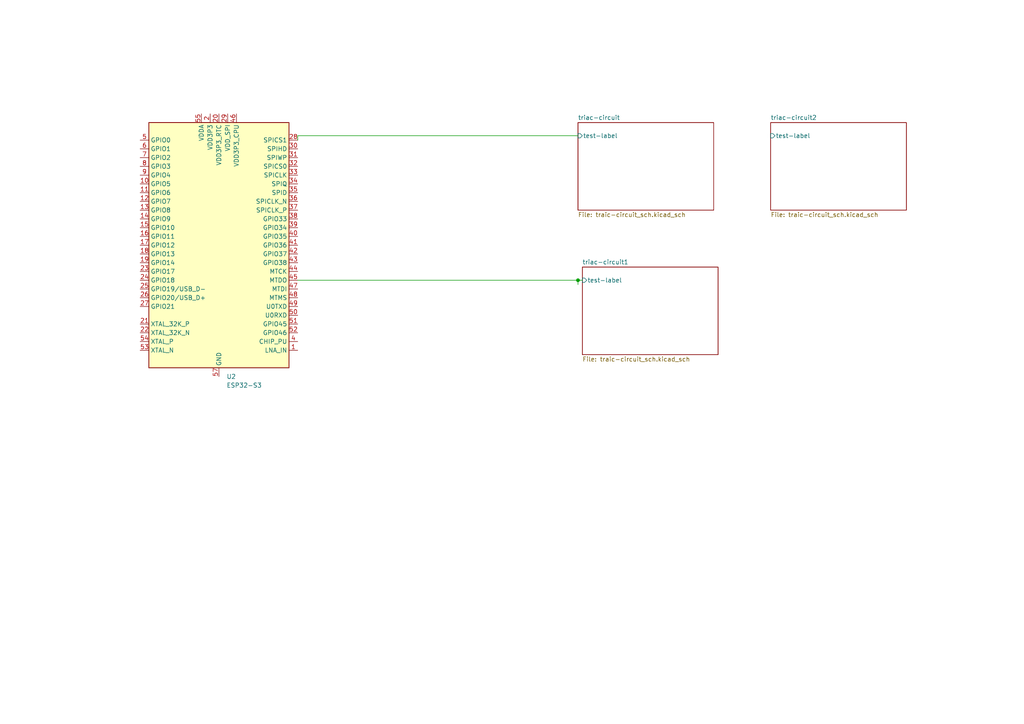
<source format=kicad_sch>
(kicad_sch (version 20231120) (generator "eeschema") (generator_version "8.0")
  (paper "A4")
  (lib_symbols
    (symbol "MCU_Espressif:ESP32-S3"
      (property "Reference" "U" (at 10.16 -38.1 0))
      (property "Value" "ESP32-S3" (at 13.97 -40.64 0))
      (symbol "ESP32-S3_0_1"
        (rectangle (start -20.32 35.56) (end 20.32 -35.56) (stroke (width 0.254)) (fill (type background)))
      )
      (symbol "ESP32-S3_1_0"
        (pin bidirectional line (at 22.86 12.7 180) (length 2.54) (name "SPICLK_N") (number "36"))
        (pin bidirectional line (at 22.86 -10.16 180) (length 2.54) (name "MTDO") (number "45"))
        (pin bidirectional line (at 22.86 -22.86 180) (length 2.54) (name "GPIO45") (number "51"))
        (pin passive line (at -5.08 38.1 270) (length 2.54) hide (name "VDDA") (number "56"))
      )
      (symbol "ESP32-S3_1_1"
        (pin bidirectional line (at 22.86 -30.48 180) (length 2.54) (name "LNA_IN") (number "1"))
        (pin bidirectional line (at -22.86 17.78 0) (length 2.54) (name "GPIO5") (number "10"))
        (pin bidirectional line (at -22.86 15.24 0) (length 2.54) (name "GPIO6") (number "11"))
        (pin bidirectional line (at -22.86 12.7 0) (length 2.54) (name "GPIO7") (number "12"))
        (pin bidirectional line (at -22.86 10.16 0) (length 2.54) (name "GPIO8") (number "13"))
        (pin bidirectional line (at -22.86 7.62 0) (length 2.54) (name "GPIO9") (number "14"))
        (pin bidirectional line (at -22.86 5.08 0) (length 2.54) (name "GPIO10") (number "15"))
        (pin bidirectional line (at -22.86 2.54 0) (length 2.54) (name "GPIO11") (number "16"))
        (pin bidirectional line (at -22.86 0 0) (length 2.54) (name "GPIO12") (number "17"))
        (pin bidirectional line (at -22.86 -2.54 0) (length 2.54) (name "GPIO13") (number "18"))
        (pin bidirectional line (at -22.86 -5.08 0) (length 2.54) (name "GPIO14") (number "19"))
        (pin power_in line (at -2.54 38.1 270) (length 2.54) (name "VDD3P3") (number "2"))
        (pin power_in line (at 0 38.1 270) (length 2.54) (name "VDD3P3_RTC") (number "20"))
        (pin passive line (at -22.86 -22.86 0) (length 2.54) (name "XTAL_32K_P") (number "21"))
        (pin passive line (at -22.86 -25.4 0) (length 2.54) (name "XTAL_32K_N") (number "22"))
        (pin bidirectional line (at -22.86 -7.62 0) (length 2.54) (name "GPIO17") (number "23"))
        (pin bidirectional line (at -22.86 -10.16 0) (length 2.54) (name "GPIO18") (number "24"))
        (pin bidirectional line (at -22.86 -12.7 0) (length 2.54) (name "GPIO19/USB_D-") (number "25"))
        (pin bidirectional line (at -22.86 -15.24 0) (length 2.54) (name "GPIO20/USB_D+") (number "26"))
        (pin bidirectional line (at -22.86 -17.78 0) (length 2.54) (name "GPIO21") (number "27"))
        (pin bidirectional line (at 22.86 30.48 180) (length 2.54) (name "SPICS1") (number "28"))
        (pin power_in line (at 2.54 38.1 270) (length 2.54) (name "VDD_SPI") (number "29"))
        (pin passive line (at -2.54 38.1 270) (length 2.54) hide (name "VDD3P3") (number "3"))
        (pin bidirectional line (at 22.86 27.94 180) (length 2.54) (name "SPIHD") (number "30"))
        (pin bidirectional line (at 22.86 25.4 180) (length 2.54) (name "SPIWP") (number "31"))
        (pin bidirectional line (at 22.86 22.86 180) (length 2.54) (name "SPICS0") (number "32"))
        (pin bidirectional line (at 22.86 20.32 180) (length 2.54) (name "SPICLK") (number "33"))
        (pin bidirectional line (at 22.86 17.78 180) (length 2.54) (name "SPIQ") (number "34"))
        (pin bidirectional line (at 22.86 15.24 180) (length 2.54) (name "SPID") (number "35"))
        (pin bidirectional line (at 22.86 10.16 180) (length 2.54) (name "SPICLK_P") (number "37"))
        (pin bidirectional line (at 22.86 7.62 180) (length 2.54) (name "GPIO33") (number "38"))
        (pin bidirectional line (at 22.86 5.08 180) (length 2.54) (name "GPIO34") (number "39"))
        (pin input line (at 22.86 -27.94 180) (length 2.54) (name "CHIP_PU") (number "4"))
        (pin bidirectional line (at 22.86 2.54 180) (length 2.54) (name "GPIO35") (number "40"))
        (pin bidirectional line (at 22.86 0 180) (length 2.54) (name "GPIO36") (number "41"))
        (pin bidirectional line (at 22.86 -2.54 180) (length 2.54) (name "GPIO37") (number "42"))
        (pin bidirectional line (at 22.86 -5.08 180) (length 2.54) (name "GPIO38") (number "43"))
        (pin bidirectional line (at 22.86 -7.62 180) (length 2.54) (name "MTCK") (number "44"))
        (pin power_in line (at 5.08 38.1 270) (length 2.54) (name "VDD3P3_CPU") (number "46"))
        (pin bidirectional line (at 22.86 -12.7 180) (length 2.54) (name "MTDI") (number "47"))
        (pin bidirectional line (at 22.86 -15.24 180) (length 2.54) (name "MTMS") (number "48"))
        (pin bidirectional line (at 22.86 -17.78 180) (length 2.54) (name "U0TXD") (number "49"))
        (pin bidirectional line (at -22.86 30.48 0) (length 2.54) (name "GPIO0") (number "5"))
        (pin bidirectional line (at 22.86 -20.32 180) (length 2.54) (name "U0RXD") (number "50"))
        (pin bidirectional line (at 22.86 -25.4 180) (length 2.54) (name "GPIO46") (number "52"))
        (pin output line (at -22.86 -30.48 0) (length 2.54) (name "XTAL_N") (number "53"))
        (pin input line (at -22.86 -27.94 0) (length 2.54) (name "XTAL_P") (number "54"))
        (pin power_in line (at -5.08 38.1 270) (length 2.54) (name "VDDA") (number "55"))
        (pin power_in line (at 0 -38.1 90) (length 2.54) (name "GND") (number "57"))
        (pin bidirectional line (at -22.86 27.94 0) (length 2.54) (name "GPIO1") (number "6"))
        (pin bidirectional line (at -22.86 25.4 0) (length 2.54) (name "GPIO2") (number "7"))
        (pin bidirectional line (at -22.86 22.86 0) (length 2.54) (name "GPIO3") (number "8"))
        (pin bidirectional line (at -22.86 20.32 0) (length 2.54) (name "GPIO4") (number "9"))
      )
    )
  )
  (junction (at 167.64 81.28))
  (wire (pts (xy 86.36 39.37) (xy 86.36 40.64)))
  (wire (pts (xy 86.36 81.28) (xy 167.64 81.28)))
  (wire (pts (xy 86.36 39.37) (xy 167.64 39.37)))
  (wire (pts (xy 167.64 82.55) (xy 167.64 81.28)))
  (wire (pts (xy 167.64 81.28) (xy 168.91 81.28)))
  (symbol (lib_id "MCU_Espressif:ESP32-S3") (at 63.5 71.12 0) (unit 1)
    (property "Reference" "U2" (at 65.6941 109.22 0) (effects (justify left)))
    (property "Value" "ESP32-S3" (at 65.6941 111.76 0) (effects (justify left)))
    (property "Footprint" "Package_DFN_QFN:QFN-56-1EP_7x7mm_P0.4mm_EP4x4mm" (effects (hide yes)))
    (property "Datasheet" "https://www.espressif.com/sites/default/files/documentation/esp32-s3_datasheet_en.pdf" (effects (hide yes)))
    (property "Description" "Microcontroller, Wi-Fi 802.11b/g/n, Bluetooth, 32bit" (effects (hide yes)))
  )
  (sheet (at 223.52 35.56) (size 39.37 25.4) (stroke (width 0.1524))
    (property "Sheetname" "triac-circuit2" (at 223.52 34.8484 0) (effects (justify left bottom)))
    (property "Sheetfile" "traic-circuit_sch.kicad_sch" (at 223.52 61.5446 0) (effects (justify left top)))
    (pin "test-label" input (at 223.52 39.37 180))
  )
  (sheet (at 167.64 35.56) (size 39.37 25.4) (stroke (width 0.1524))
    (property "Sheetname" "triac-circuit" (at 167.64 34.8484 0) (effects (justify left bottom)))
    (property "Sheetfile" "traic-circuit_sch.kicad_sch" (at 167.64 61.5446 0) (effects (justify left top)))
    (pin "test-label" input (at 167.64 39.37 180))
  )
  (sheet (at 168.91 77.47) (size 39.37 25.4) (stroke (width 0.1524))
    (property "Sheetname" "triac-circuit1" (at 168.91 76.7584 0) (effects (justify left bottom)))
    (property "Sheetfile" "traic-circuit_sch.kicad_sch" (at 168.91 103.4546 0) (effects (justify left top)))
    (pin "test-label" input (at 168.91 81.28 180))
  )
)
</source>
